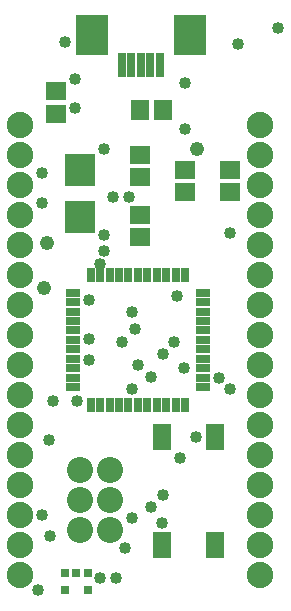
<source format=gbr>
G04 DipTrace 2.2.0.9*
%INTopMask.gbr*%
%MOIN*%
%ADD26C,0.04*%
%ADD31C,0.048*%
%ADD33C,0.088*%
%ADD35R,0.0631X0.0907*%
%ADD37R,0.1064X0.1379*%
%ADD39R,0.0277X0.0789*%
%ADD41R,0.0277X0.0316*%
%ADD43C,0.0867*%
%ADD45R,0.1025X0.1064*%
%ADD47R,0.0474X0.0257*%
%ADD49R,0.0257X0.0474*%
%ADD51R,0.0592X0.0671*%
%ADD53R,0.0671X0.0592*%
%FSLAX44Y44*%
%SFA1B1*%
%OFA0B0*%
G04*
G70*
G90*
G75*
G01*
%LNTopMask*%
%LPD*%
D31*
X10826Y19133D3*
X5740Y14490D3*
X5840Y15990D3*
D26*
X11940Y16335D3*
X10061Y12716D3*
X8580Y17552D3*
X7227Y12806D3*
X6762Y20505D3*
X9668Y6683D3*
X13535Y23164D3*
X10440Y19816D3*
Y21325D3*
X7616Y4835D3*
X5930Y6246D3*
X5535Y4424D3*
X7742Y16257D3*
X5670Y17335D3*
Y18342D3*
X12200Y22634D3*
X6440Y22690D3*
X6762Y21460D3*
X7742Y19127D3*
X8050Y17552D3*
X7590Y15290D3*
X8785Y13138D3*
X9713Y7608D3*
X7227Y14114D3*
X11557Y11515D3*
X9686Y12321D3*
X8865Y11926D3*
X8335Y12716D3*
X10159Y14250D3*
X8662Y13720D3*
X7740Y15740D3*
X7227Y12121D3*
X6834Y10730D3*
X6045D3*
X5890Y9440D3*
X5670Y6940D3*
X8664Y11136D3*
Y6835D3*
X8452Y5851D3*
X9318Y11531D3*
Y7213D3*
X8146Y4835D3*
X10274Y8835D3*
X10804Y9545D3*
X10409Y11830D3*
X11952Y11140D3*
D53*
X8940Y18940D3*
Y18192D3*
Y16940D3*
Y16192D3*
D51*
Y20440D3*
X9688D3*
D53*
X6137Y21062D3*
Y20314D3*
X10440Y18440D3*
Y17692D3*
X11940Y18440D3*
Y17692D3*
D49*
X10440Y14940D3*
X10125D3*
X9810D3*
X9495D3*
X9180D3*
X8865D3*
X8550D3*
X8235D3*
X7920D3*
X7605D3*
X7290D3*
D47*
X6700Y14349D3*
Y14034D3*
Y13720D3*
Y13405D3*
Y13090D3*
Y12775D3*
Y12460D3*
Y12145D3*
Y11830D3*
Y11515D3*
Y11200D3*
D49*
X7290Y10609D3*
X7605D3*
X7920D3*
X8235D3*
X8550D3*
X8865D3*
X9180D3*
X9495D3*
X9810D3*
X10125D3*
X10440D3*
D47*
X11031Y11200D3*
Y11515D3*
Y11830D3*
Y12145D3*
Y12460D3*
Y12775D3*
Y13090D3*
Y13405D3*
Y13720D3*
Y14034D3*
Y14349D3*
D45*
X6940Y18440D3*
Y16865D3*
D43*
Y8440D3*
Y7440D3*
Y6440D3*
X7940D3*
Y7440D3*
Y8440D3*
D41*
X7188Y4991D3*
X6814D3*
X6440D3*
Y4440D3*
X7188D3*
D39*
X9590Y21940D3*
X9275D3*
X8960D3*
X8645D3*
X8330D3*
D37*
X10594Y22944D3*
X7326D3*
D35*
X11440Y5940D3*
X9668D3*
X11440Y9523D3*
X9668D3*
D33*
X4940Y19940D3*
Y18940D3*
Y17940D3*
Y16940D3*
Y15940D3*
Y14940D3*
Y13940D3*
Y12940D3*
Y11940D3*
Y10940D3*
Y9940D3*
Y8940D3*
Y7940D3*
Y6940D3*
Y5940D3*
Y4940D3*
X12940D3*
Y5940D3*
Y6940D3*
Y7940D3*
Y8940D3*
Y9940D3*
Y10940D3*
Y11940D3*
Y12940D3*
Y13940D3*
Y14940D3*
Y15940D3*
Y16940D3*
Y17940D3*
Y18940D3*
Y19940D3*
M02*

</source>
